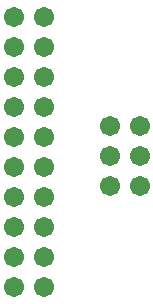
<source format=gbs>
G04 Layer_Color=16711935*
%FSLAX44Y44*%
%MOMM*%
G71*
G01*
G75*
%ADD13C,1.7032*%
D13*
X499110Y739140D02*
D03*
X473710D02*
D03*
Y789940D02*
D03*
X499110D02*
D03*
Y764540D02*
D03*
X473710D02*
D03*
X417830Y781050D02*
D03*
Y806450D02*
D03*
Y730250D02*
D03*
Y755650D02*
D03*
Y857250D02*
D03*
Y882650D02*
D03*
Y831850D02*
D03*
Y704850D02*
D03*
Y679450D02*
D03*
X392430Y730250D02*
D03*
X417830Y654050D02*
D03*
X392430Y882650D02*
D03*
Y831850D02*
D03*
Y857250D02*
D03*
Y781050D02*
D03*
Y806450D02*
D03*
Y755650D02*
D03*
Y679450D02*
D03*
Y704850D02*
D03*
Y654050D02*
D03*
M02*

</source>
